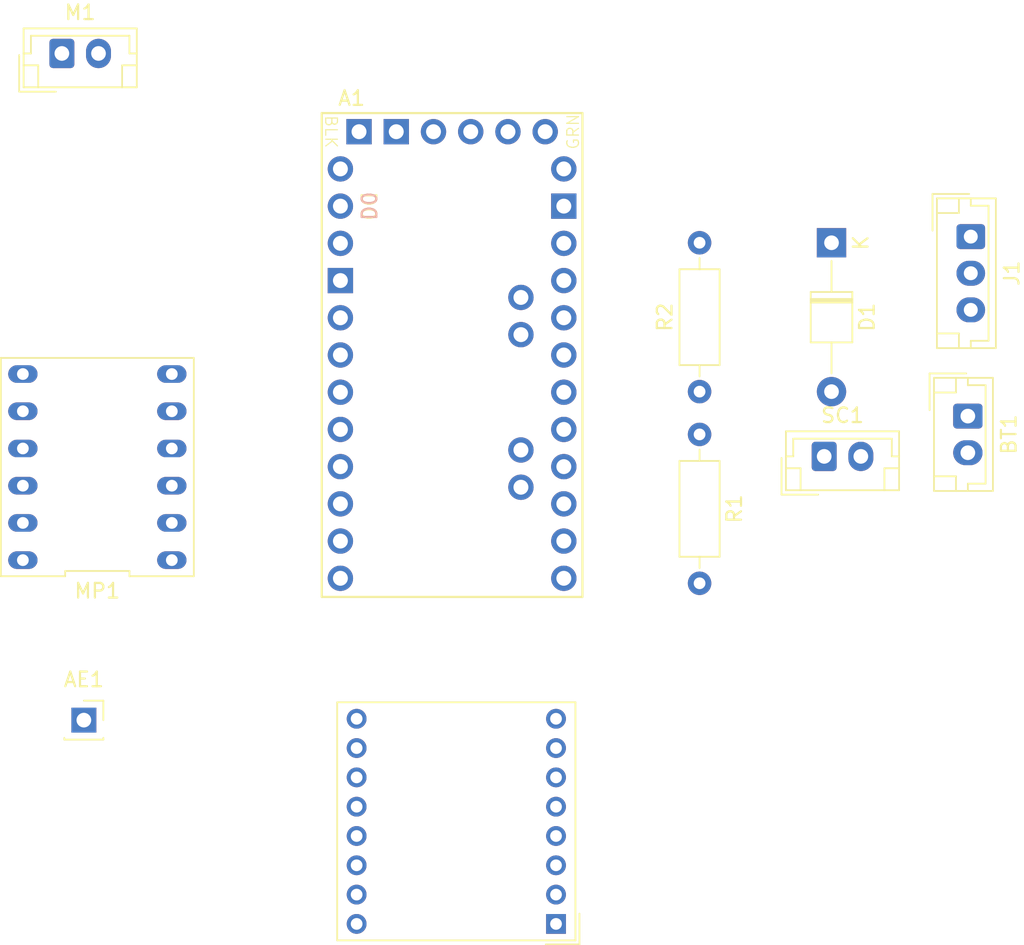
<source format=kicad_pcb>
(kicad_pcb (version 20240108) (generator "pcbnew") (generator_version "8.0")
  (layers (0 "F.Cu" signal) (31 "B.Cu" signal) (34 "B.Paste" user) (35 "F.Paste" user) (36 "B.SilkS" user "B.Silkscreen") (37 "F.SilkS" user "F.Silkscreen") (38 "B.Mask" user) (39 "F.Mask" user) (44 "Edge.Cuts" user))
  (net 0 "")
  (net 1 "Net-(D1-A)")
  (net 2 "GND")
  (net 3 "Net-(A1-PadA0)")
  (net 5 "Net-(A1-D13_SCK)")
  (net 7 "Net-(A1-D3_INT1)")
  (net 10 "Net-(A1-D10_CS)")
  (net 11 "Net-(A1-D2_INT0)")
  (net 12 "Net-(A1-D11_MOSI)")
  (net 16 "Net-(U1-RESET)")
  (net 18 "Net-(A1-D12_MISO)")
  (net 21 "Net-(MP1-IN2)")
  (net 23 "Net-(J1-Pin_2)")
  (net 25 "Net-(J1-Pin_1)")
  (net 31 "+BATT")
  (net 32 "Net-(MP1-nSLEEP_HB)")
  (net 34 "Net-(MP1-IN1)")
  (net 44 "Net-(AE1-A)")
  (net 45 "Net-(M1-+)")
  (net 46 "Net-(M1--)")
  (footprint "Connector_JST:JST_EH_B2B-EH-A_1x02_P2.50mm_Vertical" (layer "F.Cu") (at 70.5 54.5)
    (property "Reference" "M1" (at 1.25 -2.8 0) (layer "F.SilkS"))
    (property "Value" "Motor_DC")
    (pad "1" thru_hole roundrect (at 0 0) (size 1.7 2) (drill 1) (layers "*.Cu" "*.Mask" "In1.Cu" "In2.Cu" "In3.Cu" "In4.Cu" "In5.Cu" "In6.Cu" "In7.Cu" "In8.Cu" "In9.Cu" "In10.Cu" "In11.Cu" "In12.Cu" "In13.Cu" "In14.Cu" "In15.Cu" "In16.Cu" "In17.Cu" "In18.Cu" "In19.Cu" "In20.Cu" "In21.Cu" "In22.Cu" "In23.Cu" "In24.Cu" "In25.Cu" "In26.Cu" "In27.Cu" "In28.Cu" "In29.Cu" "In30.Cu") (roundrect_rratio 0.147059) (net 45 "Net-(M1-+)"))
    (pad "2" thru_hole oval (at 2.5 0) (size 1.7 2) (drill 1) (layers "*.Cu" "*.Mask" "In1.Cu" "In2.Cu" "In3.Cu" "In4.Cu" "In5.Cu" "In6.Cu" "In7.Cu" "In8.Cu" "In9.Cu" "In10.Cu" "In11.Cu" "In12.Cu" "In13.Cu" "In14.Cu" "In15.Cu" "In16.Cu" "In17.Cu" "In18.Cu" "In19.Cu" "In20.Cu" "In21.Cu" "In22.Cu" "In23.Cu" "In24.Cu" "In25.Cu" "In26.Cu" "In27.Cu" "In28.Cu" "In29.Cu" "In30.Cu") (net 46 "Net-(M1--)"))
  )
  (footprint "Resistor_THT:R_Axial_DIN0207_L6.3mm_D2.5mm_P10.16mm_Horizontal" (layer "F.Cu") (at 114 80.5 -90)
    (property "Reference" "R1" (at 5.08 -2.37 90) (layer "F.SilkS"))
    (property "Value" "R")
    (pad "1" thru_hole circle (at 0 0 270) (size 1.6 1.6) (drill 0.8) (layers "*.Cu" "*.Mask" "In1.Cu" "In2.Cu" "In3.Cu" "In4.Cu" "In5.Cu" "In6.Cu" "In7.Cu" "In8.Cu" "In9.Cu" "In10.Cu" "In11.Cu" "In12.Cu" "In13.Cu" "In14.Cu" "In15.Cu" "In16.Cu" "In17.Cu" "In18.Cu" "In19.Cu" "In20.Cu" "In21.Cu" "In22.Cu" "In23.Cu" "In24.Cu" "In25.Cu" "In26.Cu" "In27.Cu" "In28.Cu" "In29.Cu" "In30.Cu") (net 3 "Net-(A1-PadA0)"))
    (pad "2" thru_hole oval (at 10.16 0 270) (size 1.6 1.6) (drill 0.8) (layers "*.Cu" "*.Mask" "In1.Cu" "In2.Cu" "In3.Cu" "In4.Cu" "In5.Cu" "In6.Cu" "In7.Cu" "In8.Cu" "In9.Cu" "In10.Cu" "In11.Cu" "In12.Cu" "In13.Cu" "In14.Cu" "In15.Cu" "In16.Cu" "In17.Cu" "In18.Cu" "In19.Cu" "In20.Cu" "In21.Cu" "In22.Cu" "In23.Cu" "In24.Cu" "In25.Cu" "In26.Cu" "In27.Cu" "In28.Cu" "In29.Cu" "In30.Cu") (net 2 "GND"))
  )
  (footprint "PCM_arduino-library:Arduino_Pro_Mini_Socket" (layer "F.Cu") (at 97.12 75.08)
    (property "Reference" "A1" (at -6.858 -17.526 0) (layer "F.SilkS"))
    (property "Value" "Arduino_Pro_Mini_Socket")
    (fp_text user "D0" (at -5.715 -10.16 -90) (layer "B.SilkS") (effects (justify mirror)))
    (fp_text user "D0" (at -5.715 -10.16 -90) (layer "F.SilkS"))
    (fp_text user "BLK" (at -8.255 -15.24 -90) (layer "F.SilkS") (effects (font (size 0.8 0.8) (thickness 0.08))))
    (fp_text user "GRN" (at 8.255 -15.24 90) (layer "F.SilkS") (effects (font (size 0.8 0.8) (thickness 0.08))))
    (pad "A0" thru_hole circle (at 7.62 5.08) (size 1.7272 1.7272) (drill 1.016) (layers "*.Cu" "*.Mask" "In1.Cu" "In2.Cu" "In3.Cu" "In4.Cu" "In5.Cu" "In6.Cu" "In7.Cu" "In8.Cu" "In9.Cu" "In10.Cu" "In11.Cu" "In12.Cu" "In13.Cu" "In14.Cu" "In15.Cu" "In16.Cu" "In17.Cu" "In18.Cu" "In19.Cu" "In20.Cu" "In21.Cu" "In22.Cu" "In23.Cu" "In24.Cu" "In25.Cu" "In26.Cu" "In27.Cu" "In28.Cu" "In29.Cu" "In30.Cu") (net 3 "Net-(A1-PadA0)"))
    (pad "A1" thru_hole circle (at 7.62 2.54) (size 1.7272 1.7272) (drill 1.016) (layers "*.Cu" "*.Mask" "In1.Cu" "In2.Cu" "In3.Cu" "In4.Cu" "In5.Cu" "In6.Cu" "In7.Cu" "In8.Cu" "In9.Cu" "In10.Cu" "In11.Cu" "In12.Cu" "In13.Cu" "In14.Cu" "In15.Cu" "In16.Cu" "In17.Cu" "In18.Cu" "In19.Cu" "In20.Cu" "In21.Cu" "In22.Cu" "In23.Cu" "In24.Cu" "In25.Cu" "In26.Cu" "In27.Cu" "In28.Cu" "In29.Cu" "In30.Cu") (net 23 "Net-(J1-Pin_2)"))
    (pad "A2" thru_hole circle (at 7.62 0) (size 1.7272 1.7272) (drill 1.016) (layers "*.Cu" "*.Mask" "In1.Cu" "In2.Cu" "In3.Cu" "In4.Cu" "In5.Cu" "In6.Cu" "In7.Cu" "In8.Cu" "In9.Cu" "In10.Cu" "In11.Cu" "In12.Cu" "In13.Cu" "In14.Cu" "In15.Cu" "In16.Cu" "In17.Cu" "In18.Cu" "In19.Cu" "In20.Cu" "In21.Cu" "In22.Cu" "In23.Cu" "In24.Cu" "In25.Cu" "In26.Cu" "In27.Cu" "In28.Cu" "In29.Cu" "In30.Cu"))
    (pad "A3" thru_hole circle (at 7.62 -2.54) (size 1.7272 1.7272) (drill 1.016) (layers "*.Cu" "*.Mask" "In1.Cu" "In2.Cu" "In3.Cu" "In4.Cu" "In5.Cu" "In6.Cu" "In7.Cu" "In8.Cu" "In9.Cu" "In10.Cu" "In11.Cu" "In12.Cu" "In13.Cu" "In14.Cu" "In15.Cu" "In16.Cu" "In17.Cu" "In18.Cu" "In19.Cu" "In20.Cu" "In21.Cu" "In22.Cu" "In23.Cu" "In24.Cu" "In25.Cu" "In26.Cu" "In27.Cu" "In28.Cu" "In29.Cu" "In30.Cu"))
    (pad "A4" thru_hole circle (at 4.6941 -1.3894) (size 1.7272 1.7272) (drill 1.016) (layers "*.Cu" "*.Mask" "In1.Cu" "In2.Cu" "In3.Cu" "In4.Cu" "In5.Cu" "In6.Cu" "In7.Cu" "In8.Cu" "In9.Cu" "In10.Cu" "In11.Cu" "In12.Cu" "In13.Cu" "In14.Cu" "In15.Cu" "In16.Cu" "In17.Cu" "In18.Cu" "In19.Cu" "In20.Cu" "In21.Cu" "In22.Cu" "In23.Cu" "In24.Cu" "In25.Cu" "In26.Cu" "In27.Cu" "In28.Cu" "In29.Cu" "In30.Cu"))
    (pad "A5" thru_hole circle (at 4.6941 -3.9294) (size 1.7272 1.7272) (drill 1.016) (layers "*.Cu" "*.Mask" "In1.Cu" "In2.Cu" "In3.Cu" "In4.Cu" "In5.Cu" "In6.Cu" "In7.Cu" "In8.Cu" "In9.Cu" "In10.Cu" "In11.Cu" "In12.Cu" "In13.Cu" "In14.Cu" "In15.Cu" "In16.Cu" "In17.Cu" "In18.Cu" "In19.Cu" "In20.Cu" "In21.Cu" "In22.Cu" "In23.Cu" "In24.Cu" "In25.Cu" "In26.Cu" "In27.Cu" "In28.Cu" "In29.Cu" "In30.Cu"))
    (pad "A6" thru_hole circle (at 4.6941 9.0246) (size 1.7272 1.7272) (drill 1.016) (layers "*.Cu" "*.Mask" "In1.Cu" "In2.Cu" "In3.Cu" "In4.Cu" "In5.Cu" "In6.Cu" "In7.Cu" "In8.Cu" "In9.Cu" "In10.Cu" "In11.Cu" "In12.Cu" "In13.Cu" "In14.Cu" "In15.Cu" "In16.Cu" "In17.Cu" "In18.Cu" "In19.Cu" "In20.Cu" "In21.Cu" "In22.Cu" "In23.Cu" "In24.Cu" "In25.Cu" "In26.Cu" "In27.Cu" "In28.Cu" "In29.Cu" "In30.Cu"))
    (pad "A7" thru_hole circle (at 4.6941 6.484) (size 1.7272 1.7272) (drill 1.016) (layers "*.Cu" "*.Mask" "In1.Cu" "In2.Cu" "In3.Cu" "In4.Cu" "In5.Cu" "In6.Cu" "In7.Cu" "In8.Cu" "In9.Cu" "In10.Cu" "In11.Cu" "In12.Cu" "In13.Cu" "In14.Cu" "In15.Cu" "In16.Cu" "In17.Cu" "In18.Cu" "In19.Cu" "In20.Cu" "In21.Cu" "In22.Cu" "In23.Cu" "In24.Cu" "In25.Cu" "In26.Cu" "In27.Cu" "In28.Cu" "In29.Cu" "In30.Cu"))
    (pad "D0" thru_hole circle (at -7.62 -10.16) (size 1.7272 1.7272) (drill 1.016) (layers "*.Cu" "*.Mask" "In1.Cu" "In2.Cu" "In3.Cu" "In4.Cu" "In5.Cu" "In6.Cu" "In7.Cu" "In8.Cu" "In9.Cu" "In10.Cu" "In11.Cu" "In12.Cu" "In13.Cu" "In14.Cu" "In15.Cu" "In16.Cu" "In17.Cu" "In18.Cu" "In19.Cu" "In20.Cu" "In21.Cu" "In22.Cu" "In23.Cu" "In24.Cu" "In25.Cu" "In26.Cu" "In27.Cu" "In28.Cu" "In29.Cu" "In30.Cu"))
    (pad "D1" thru_hole circle (at -7.62 -12.7) (size 1.7272 1.7272) (drill 1.016) (layers "*.Cu" "*.Mask" "In1.Cu" "In2.Cu" "In3.Cu" "In4.Cu" "In5.Cu" "In6.Cu" "In7.Cu" "In8.Cu" "In9.Cu" "In10.Cu" "In11.Cu" "In12.Cu" "In13.Cu" "In14.Cu" "In15.Cu" "In16.Cu" "In17.Cu" "In18.Cu" "In19.Cu" "In20.Cu" "In21.Cu" "In22.Cu" "In23.Cu" "In24.Cu" "In25.Cu" "In26.Cu" "In27.Cu" "In28.Cu" "In29.Cu" "In30.Cu"))
    (pad "D2" thru_hole circle (at -7.62 -2.54) (size 1.7272 1.7272) (drill 1.016) (layers "*.Cu" "*.Mask" "In1.Cu" "In2.Cu" "In3.Cu" "In4.Cu" "In5.Cu" "In6.Cu" "In7.Cu" "In8.Cu" "In9.Cu" "In10.Cu" "In11.Cu" "In12.Cu" "In13.Cu" "In14.Cu" "In15.Cu" "In16.Cu" "In17.Cu" "In18.Cu" "In19.Cu" "In20.Cu" "In21.Cu" "In22.Cu" "In23.Cu" "In24.Cu" "In25.Cu" "In26.Cu" "In27.Cu" "In28.Cu" "In29.Cu" "In30.Cu") (net 11 "Net-(A1-D2_INT0)"))
    (pad "D3" thru_hole circle (at -7.62 0) (size 1.7272 1.7272) (drill 1.016) (layers "*.Cu" "*.Mask" "In1.Cu" "In2.Cu" "In3.Cu" "In4.Cu" "In5.Cu" "In6.Cu" "In7.Cu" "In8.Cu" "In9.Cu" "In10.Cu" "In11.Cu" "In12.Cu" "In13.Cu" "In14.Cu" "In15.Cu" "In16.Cu" "In17.Cu" "In18.Cu" "In19.Cu" "In20.Cu" "In21.Cu" "In22.Cu" "In23.Cu" "In24.Cu" "In25.Cu" "In26.Cu" "In27.Cu" "In28.Cu" "In29.Cu" "In30.Cu") (net 7 "Net-(A1-D3_INT1)"))
    (pad "D4" thru_hole circle (at -7.62 2.54) (size 1.7272 1.7272) (drill 1.016) (layers "*.Cu" "*.Mask" "In1.Cu" "In2.Cu" "In3.Cu" "In4.Cu" "In5.Cu" "In6.Cu" "In7.Cu" "In8.Cu" "In9.Cu" "In10.Cu" "In11.Cu" "In12.Cu" "In13.Cu" "In14.Cu" "In15.Cu" "In16.Cu" "In17.Cu" "In18.Cu" "In19.Cu" "In20.Cu" "In21.Cu" "In22.Cu" "In23.Cu" "In24.Cu" "In25.Cu" "In26.Cu" "In27.Cu" "In28.Cu" "In29.Cu" "In30.Cu") (net 32 "Net-(MP1-nSLEEP_HB)"))
    (pad "D5" thru_hole circle (at -7.62 5.08) (size 1.7272 1.7272) (drill 1.016) (layers "*.Cu" "*.Mask" "In1.Cu" "In2.Cu" "In3.Cu" "In4.Cu" "In5.Cu" "In6.Cu" "In7.Cu" "In8.Cu" "In9.Cu" "In10.Cu" "In11.Cu" "In12.Cu" "In13.Cu" "In14.Cu" "In15.Cu" "In16.Cu" "In17.Cu" "In18.Cu" "In19.Cu" "In20.Cu" "In21.Cu" "In22.Cu" "In23.Cu" "In24.Cu" "In25.Cu" "In26.Cu" "In27.Cu" "In28.Cu" "In29.Cu" "In30.Cu") (net 34 "Net-(MP1-IN1)"))
    (pad "D6" thru_hole circle (at -7.62 7.62) (size 1.7272 1.7272) (drill 1.016) (layers "*.Cu" "*.Mask" "In1.Cu" "In2.Cu" "In3.Cu" "In4.Cu" "In5.Cu" "In6.Cu" "In7.Cu" "In8.Cu" "In9.Cu" "In10.Cu" "In11.Cu" "In12.Cu" "In13.Cu" "In14.Cu" "In15.Cu" "In16.Cu" "In17.Cu" "In18.Cu" "In19.Cu" "In20.Cu" "In21.Cu" "In22.Cu" "In23.Cu" "In24.Cu" "In25.Cu" "In26.Cu" "In27.Cu" "In28.Cu" "In29.Cu" "In30.Cu") (net 21 "Net-(MP1-IN2)"))
    (pad "D7" thru_hole circle (at -7.62 10.16) (size 1.7272 1.7272) (drill 1.016) (layers "*.Cu" "*.Mask" "In1.Cu" "In2.Cu" "In3.Cu" "In4.Cu" "In5.Cu" "In6.Cu" "In7.Cu" "In8.Cu" "In9.Cu" "In10.Cu" "In11.Cu" "In12.Cu" "In13.Cu" "In14.Cu" "In15.Cu" "In16.Cu" "In17.Cu" "In18.Cu" "In19.Cu" "In20.Cu" "In21.Cu" "In22.Cu" "In23.Cu" "In24.Cu" "In25.Cu" "In26.Cu" "In27.Cu" "In28.Cu" "In29.Cu" "In30.Cu"))
    (pad "D8" thru_hole circle (at -7.62 12.7) (size 1.7272 1.7272) (drill 1.016) (layers "*.Cu" "*.Mask" "In1.Cu" "In2.Cu" "In3.Cu" "In4.Cu" "In5.Cu" "In6.Cu" "In7.Cu" "In8.Cu" "In9.Cu" "In10.Cu" "In11.Cu" "In12.Cu" "In13.Cu" "In14.Cu" "In15.Cu" "In16.Cu" "In17.Cu" "In18.Cu" "In19.Cu" "In20.Cu" "In21.Cu" "In22.Cu" "In23.Cu" "In24.Cu" "In25.Cu" "In26.Cu" "In27.Cu" "In28.Cu" "In29.Cu" "In30.Cu"))
    (pad "D9" thru_hole circle (at -7.62 15.24) (size 1.7272 1.7272) (drill 1.016) (layers "*.Cu" "*.Mask" "In1.Cu" "In2.Cu" "In3.Cu" "In4.Cu" "In5.Cu" "In6.Cu" "In7.Cu" "In8.Cu" "In9.Cu" "In10.Cu" "In11.Cu" "In12.Cu" "In13.Cu" "In14.Cu" "In15.Cu" "In16.Cu" "In17.Cu" "In18.Cu" "In19.Cu" "In20.Cu" "In21.Cu" "In22.Cu" "In23.Cu" "In24.Cu" "In25.Cu" "In26.Cu" "In27.Cu" "In28.Cu" "In29.Cu" "In30.Cu") (net 16 "Net-(U1-RESET)"))
    (pad "D10" thru_hole circle (at 7.62 15.24) (size 1.7272 1.7272) (drill 1.016) (layers "*.Cu" "*.Mask" "In1.Cu" "In2.Cu" "In3.Cu" "In4.Cu" "In5.Cu" "In6.Cu" "In7.Cu" "In8.Cu" "In9.Cu" "In10.Cu" "In11.Cu" "In12.Cu" "In13.Cu" "In14.Cu" "In15.Cu" "In16.Cu" "In17.Cu" "In18.Cu" "In19.Cu" "In20.Cu" "In21.Cu" "In22.Cu" "In23.Cu" "In24.Cu" "In25.Cu" "In26.Cu" "In27.Cu" "In28.Cu" "In29.Cu" "In30.Cu") (net 10 "Net-(A1-D10_CS)"))
    (pad "D11" thru_hole circle (at 7.62 12.7) (size 1.7272 1.7272) (drill 1.016) (layers "*.Cu" "*.Mask" "In1.Cu" "In2.Cu" "In3.Cu" "In4.Cu" "In5.Cu" "In6.Cu" "In7.Cu" "In8.Cu" "In9.Cu" "In10.Cu" "In11.Cu" "In12.Cu" "In13.Cu" "In14.Cu" "In15.Cu" "In16.Cu" "In17.Cu" "In18.Cu" "In19.Cu" "In20.Cu" "In21.Cu" "In22.Cu" "In23.Cu" "In24.Cu" "In25.Cu" "In26.Cu" "In27.Cu" "In28.Cu" "In29.Cu" "In30.Cu") (net 12 "Net-(A1-D11_MOSI)"))
    (pad "D12" thru_hole circle (at 7.62 10.16) (size 1.7272 1.7272) (drill 1.016) (layers "*.Cu" "*.Mask" "In1.Cu" "In2.Cu" "In3.Cu" "In4.Cu" "In5.Cu" "In6.Cu" "In7.Cu" "In8.Cu" "In9.Cu" "In10.Cu" "In11.Cu" "In12.Cu" "In13.Cu" "In14.Cu" "In15.Cu" "In16.Cu" "In17.Cu" "In18.Cu" "In19.Cu" "In20.Cu" "In21.Cu" "In22.Cu" "In23.Cu" "In24.Cu" "In25.Cu" "In26.Cu" "In27.Cu" "In28.Cu" "In29.Cu" "In30.Cu") (net 18 "Net-(A1-D12_MISO)"))
    (pad "D13" thru_hole circle (at 7.62 7.62) (size 1.7272 1.7272) (drill 1.016) (layers "*.Cu" "*.Mask" "In1.Cu" "In2.Cu" "In3.Cu" "In4.Cu" "In5.Cu" "In6.Cu" "In7.Cu" "In8.Cu" "In9.Cu" "In10.Cu" "In11.Cu" "In12.Cu" "In13.Cu" "In14.Cu" "In15.Cu" "In16.Cu" "In17.Cu" "In18.Cu" "In19.Cu" "In20.Cu" "In21.Cu" "In22.Cu" "In23.Cu" "In24.Cu" "In25.Cu" "In26.Cu" "In27.Cu" "In28.Cu" "In29.Cu" "In30.Cu") (net 5 "Net-(A1-D13_SCK)"))
    (pad "DTR" thru_hole circle (at 6.35 -15.24) (size 1.7272 1.7272) (drill 1.016) (layers "*.Cu" "*.Mask" "In1.Cu" "In2.Cu" "In3.Cu" "In4.Cu" "In5.Cu" "In6.Cu" "In7.Cu" "In8.Cu" "In9.Cu" "In10.Cu" "In11.Cu" "In12.Cu" "In13.Cu" "In14.Cu" "In15.Cu" "In16.Cu" "In17.Cu" "In18.Cu" "In19.Cu" "In20.Cu" "In21.Cu" "In22.Cu" "In23.Cu" "In24.Cu" "In25.Cu" "In26.Cu" "In27.Cu" "In28.Cu" "In29.Cu" "In30.Cu"))
    (pad "GND1" thru_hole rect (at -7.62 -5.08) (size 1.7272 1.7272) (drill 1.016) (layers "*.Cu" "*.Mask" "In1.Cu" "In2.Cu" "In3.Cu" "In4.Cu" "In5.Cu" "In6.Cu" "In7.Cu" "In8.Cu" "In9.Cu" "In10.Cu" "In11.Cu" "In12.Cu" "In13.Cu" "In14.Cu" "In15.Cu" "In16.Cu" "In17.Cu" "In18.Cu" "In19.Cu" "In20.Cu" "In21.Cu" "In22.Cu" "In23.Cu" "In24.Cu" "In25.Cu" "In26.Cu" "In27.Cu" "In28.Cu" "In29.Cu" "In30.Cu") (net 2 "GND"))
    (pad "GND2" thru_hole rect (at 7.62 -10.16) (size 1.7272 1.7272) (drill 1.016) (layers "*.Cu" "*.Mask" "In1.Cu" "In2.Cu" "In3.Cu" "In4.Cu" "In5.Cu" "In6.Cu" "In7.Cu" "In8.Cu" "In9.Cu" "In10.Cu" "In11.Cu" "In12.Cu" "In13.Cu" "In14.Cu" "In15.Cu" "In16.Cu" "In17.Cu" "In18.Cu" "In19.Cu" "In20.Cu" "In21.Cu" "In22.Cu" "In23.Cu" "In24.Cu" "In25.Cu" "In26.Cu" "In27.Cu" "In28.Cu" "In29.Cu" "In30.Cu"))
    (pad "GND4" thru_hole rect (at -3.81 -15.24) (size 1.7272 1.7272) (drill 1.016) (layers "*.Cu" "*.Mask" "In1.Cu" "In2.Cu" "In3.Cu" "In4.Cu" "In5.Cu" "In6.Cu" "In7.Cu" "In8.Cu" "In9.Cu" "In10.Cu" "In11.Cu" "In12.Cu" "In13.Cu" "In14.Cu" "In15.Cu" "In16.Cu" "In17.Cu" "In18.Cu" "In19.Cu" "In20.Cu" "In21.Cu" "In22.Cu" "In23.Cu" "In24.Cu" "In25.Cu" "In26.Cu" "In27.Cu" "In28.Cu" "In29.Cu" "In30.Cu"))
    (pad "GND5" thru_hole rect (at -6.35 -15.24) (size 1.7272 1.7272) (drill 1.016) (layers "*.Cu" "*.Mask" "In1.Cu" "In2.Cu" "In3.Cu" "In4.Cu" "In5.Cu" "In6.Cu" "In7.Cu" "In8.Cu" "In9.Cu" "In10.Cu" "In11.Cu" "In12.Cu" "In13.Cu" "In14.Cu" "In15.Cu" "In16.Cu" "In17.Cu" "In18.Cu" "In19.Cu" "In20.Cu" "In21.Cu" "In22.Cu" "In23.Cu" "In24.Cu" "In25.Cu" "In26.Cu" "In27.Cu" "In28.Cu" "In29.Cu" "In30.Cu"))
    (pad "RAW" thru_hole circle (at 7.62 -12.7) (size 1.7272 1.7272) (drill 1.016) (layers "*.Cu" "*.Mask" "In1.Cu" "In2.Cu" "In3.Cu" "In4.Cu" "In5.Cu" "In6.Cu" "In7.Cu" "In8.Cu" "In9.Cu" "In10.Cu" "In11.Cu" "In12.Cu" "In13.Cu" "In14.Cu" "In15.Cu" "In16.Cu" "In17.Cu" "In18.Cu" "In19.Cu" "In20.Cu" "In21.Cu" "In22.Cu" "In23.Cu" "In24.Cu" "In25.Cu" "In26.Cu" "In27.Cu" "In28.Cu" "In29.Cu" "In30.Cu") (net 31 "+BATT"))
    (pad "RST1" thru_hole circle (at -7.62 -7.62) (size 1.7272 1.7272) (drill 1.016) (layers "*.Cu" "*.Mask" "In1.Cu" "In2.Cu" "In3.Cu" "In4.Cu" "In5.Cu" "In6.Cu" "In7.Cu" "In8.Cu" "In9.Cu" "In10.Cu" "In11.Cu" "In12.Cu" "In13.Cu" "In14.Cu" "In15.Cu" "In16.Cu" "In17.Cu" "In18.Cu" "In19.Cu" "In20.Cu" "In21.Cu" "In22.Cu" "In23.Cu" "In24.Cu" "In25.Cu" "In26.Cu" "In27.Cu" "In28.Cu" "In29.Cu" "In30.Cu"))
    (pad "RST2" thru_hole circle (at 7.62 -7.62) (size 1.7272 1.7272) (drill 1.016) (layers "*.Cu" "*.Mask" "In1.Cu" "In2.Cu" "In3.Cu" "In4.Cu" "In5.Cu" "In6.Cu" "In7.Cu" "In8.Cu" "In9.Cu" "In10.Cu" "In11.Cu" "In12.Cu" "In13.Cu" "In14.Cu" "In15.Cu" "In16.Cu" "In17.Cu" "In18.Cu" "In19.Cu" "In20.Cu" "In21.Cu" "In22.Cu" "In23.Cu" "In24.Cu" "In25.Cu" "In26.Cu" "In27.Cu" "In28.Cu" "In29.Cu" "In30.Cu"))
    (pad "RXI" thru_hole circle (at 1.27 -15.24) (size 1.7272 1.7272) (drill 1.016) (layers "*.Cu" "*.Mask" "In1.Cu" "In2.Cu" "In3.Cu" "In4.Cu" "In5.Cu" "In6.Cu" "In7.Cu" "In8.Cu" "In9.Cu" "In10.Cu" "In11.Cu" "In12.Cu" "In13.Cu" "In14.Cu" "In15.Cu" "In16.Cu" "In17.Cu" "In18.Cu" "In19.Cu" "In20.Cu" "In21.Cu" "In22.Cu" "In23.Cu" "In24.Cu" "In25.Cu" "In26.Cu" "In27.Cu" "In28.Cu" "In29.Cu" "In30.Cu"))
    (pad "TXO" thru_hole circle (at 3.81 -15.24) (size 1.7272 1.7272) (drill 1.016) (layers "*.Cu" "*.Mask" "In1.Cu" "In2.Cu" "In3.Cu" "In4.Cu" "In5.Cu" "In6.Cu" "In7.Cu" "In8.Cu" "In9.Cu" "In10.Cu" "In11.Cu" "In12.Cu" "In13.Cu" "In14.Cu" "In15.Cu" "In16.Cu" "In17.Cu" "In18.Cu" "In19.Cu" "In20.Cu" "In21.Cu" "In22.Cu" "In23.Cu" "In24.Cu" "In25.Cu" "In26.Cu" "In27.Cu" "In28.Cu" "In29.Cu" "In30.Cu"))
    (pad "Vcc1" thru_hole circle (at 7.62 -5.08) (size 1.7272 1.7272) (drill 1.016) (layers "*.Cu" "*.Mask" "In1.Cu" "In2.Cu" "In3.Cu" "In4.Cu" "In5.Cu" "In6.Cu" "In7.Cu" "In8.Cu" "In9.Cu" "In10.Cu" "In11.Cu" "In12.Cu" "In13.Cu" "In14.Cu" "In15.Cu" "In16.Cu" "In17.Cu" "In18.Cu" "In19.Cu" "In20.Cu" "In21.Cu" "In22.Cu" "In23.Cu" "In24.Cu" "In25.Cu" "In26.Cu" "In27.Cu" "In28.Cu" "In29.Cu" "In30.Cu") (net 25 "Net-(J1-Pin_1)"))
    (pad "Vcc2" thru_hole circle (at -1.27 -15.24) (size 1.7272 1.7272) (drill 1.016) (layers "*.Cu" "*.Mask" "In1.Cu" "In2.Cu" "In3.Cu" "In4.Cu" "In5.Cu" "In6.Cu" "In7.Cu" "In8.Cu" "In9.Cu" "In10.Cu" "In11.Cu" "In12.Cu" "In13.Cu" "In14.Cu" "In15.Cu" "In16.Cu" "In17.Cu" "In18.Cu" "In19.Cu" "In20.Cu" "In21.Cu" "In22.Cu" "In23.Cu" "In24.Cu" "In25.Cu" "In26.Cu" "In27.Cu" "In28.Cu" "In29.Cu" "In30.Cu"))
  )
  (footprint "Connector_JST:JST_EH_B3B-EH-A_1x03_P2.50mm_Vertical" (layer "F.Cu") (at 132.5 67 -90)
    (property "Reference" "J1" (at 2.5 -2.8 90) (layer "F.SilkS"))
    (property "Value" "Moisture sensor")
    (pad "1" thru_hole roundrect (at 0 0 270) (size 1.7 1.95) (drill 0.95) (layers "*.Cu" "*.Mask" "In1.Cu" "In2.Cu" "In3.Cu" "In4.Cu" "In5.Cu" "In6.Cu" "In7.Cu" "In8.Cu" "In9.Cu" "In10.Cu" "In11.Cu" "In12.Cu" "In13.Cu" "In14.Cu" "In15.Cu" "In16.Cu" "In17.Cu" "In18.Cu" "In19.Cu" "In20.Cu" "In21.Cu" "In22.Cu" "In23.Cu" "In24.Cu" "In25.Cu" "In26.Cu" "In27.Cu" "In28.Cu" "In29.Cu" "In30.Cu") (roundrect_rratio 0.147059) (net 25 "Net-(J1-Pin_1)"))
    (pad "2" thru_hole oval (at 2.5 0 270) (size 1.7 1.95) (drill 0.95) (layers "*.Cu" "*.Mask" "In1.Cu" "In2.Cu" "In3.Cu" "In4.Cu" "In5.Cu" "In6.Cu" "In7.Cu" "In8.Cu" "In9.Cu" "In10.Cu" "In11.Cu" "In12.Cu" "In13.Cu" "In14.Cu" "In15.Cu" "In16.Cu" "In17.Cu" "In18.Cu" "In19.Cu" "In20.Cu" "In21.Cu" "In22.Cu" "In23.Cu" "In24.Cu" "In25.Cu" "In26.Cu" "In27.Cu" "In28.Cu" "In29.Cu" "In30.Cu") (net 23 "Net-(J1-Pin_2)"))
    (pad "3" thru_hole oval (at 5 0 270) (size 1.7 1.95) (drill 0.95) (layers "*.Cu" "*.Mask" "In1.Cu" "In2.Cu" "In3.Cu" "In4.Cu" "In5.Cu" "In6.Cu" "In7.Cu" "In8.Cu" "In9.Cu" "In10.Cu" "In11.Cu" "In12.Cu" "In13.Cu" "In14.Cu" "In15.Cu" "In16.Cu" "In17.Cu" "In18.Cu" "In19.Cu" "In20.Cu" "In21.Cu" "In22.Cu" "In23.Cu" "In24.Cu" "In25.Cu" "In26.Cu" "In27.Cu" "In28.Cu" "In29.Cu" "In30.Cu") (net 2 "GND"))
  )
  (footprint "Resistor_THT:R_Axial_DIN0207_L6.3mm_D2.5mm_P10.16mm_Horizontal" (layer "F.Cu") (at 114 77.58 90)
    (property "Reference" "R2" (at 5.08 -2.37 90) (layer "F.SilkS"))
    (property "Value" "R")
    (pad "1" thru_hole circle (at 0 0 90) (size 1.6 1.6) (drill 0.8) (layers "*.Cu" "*.Mask" "In1.Cu" "In2.Cu" "In3.Cu" "In4.Cu" "In5.Cu" "In6.Cu" "In7.Cu" "In8.Cu" "In9.Cu" "In10.Cu" "In11.Cu" "In12.Cu" "In13.Cu" "In14.Cu" "In15.Cu" "In16.Cu" "In17.Cu" "In18.Cu" "In19.Cu" "In20.Cu" "In21.Cu" "In22.Cu" "In23.Cu" "In24.Cu" "In25.Cu" "In26.Cu" "In27.Cu" "In28.Cu" "In29.Cu" "In30.Cu") (net 3 "Net-(A1-PadA0)"))
    (pad "2" thru_hole oval (at 10.16 0 90) (size 1.6 1.6) (drill 0.8) (layers "*.Cu" "*.Mask" "In1.Cu" "In2.Cu" "In3.Cu" "In4.Cu" "In5.Cu" "In6.Cu" "In7.Cu" "In8.Cu" "In9.Cu" "In10.Cu" "In11.Cu" "In12.Cu" "In13.Cu" "In14.Cu" "In15.Cu" "In16.Cu" "In17.Cu" "In18.Cu" "In19.Cu" "In20.Cu" "In21.Cu" "In22.Cu" "In23.Cu" "In24.Cu" "In25.Cu" "In26.Cu" "In27.Cu" "In28.Cu" "In29.Cu" "In30.Cu") (net 31 "+BATT"))
  )
  (footprint "Connector_JST:JST_EH_B2B-EH-A_1x02_P2.50mm_Vertical" (layer "F.Cu") (at 122.5 82)
    (property "Reference" "SC1" (at 1.25 -2.8 0) (layer "F.SilkS"))
    (property "Value" "Solar_Cell")
    (pad "1" thru_hole roundrect (at 0 0) (size 1.7 2) (drill 1) (layers "*.Cu" "*.Mask" "In1.Cu" "In2.Cu" "In3.Cu" "In4.Cu" "In5.Cu" "In6.Cu" "In7.Cu" "In8.Cu" "In9.Cu" "In10.Cu" "In11.Cu" "In12.Cu" "In13.Cu" "In14.Cu" "In15.Cu" "In16.Cu" "In17.Cu" "In18.Cu" "In19.Cu" "In20.Cu" "In21.Cu" "In22.Cu" "In23.Cu" "In24.Cu" "In25.Cu" "In26.Cu" "In27.Cu" "In28.Cu" "In29.Cu" "In30.Cu") (roundrect_rratio 0.147059) (net 1 "Net-(D1-A)"))
    (pad "2" thru_hole oval (at 2.5 0) (size 1.7 2) (drill 1) (layers "*.Cu" "*.Mask" "In1.Cu" "In2.Cu" "In3.Cu" "In4.Cu" "In5.Cu" "In6.Cu" "In7.Cu" "In8.Cu" "In9.Cu" "In10.Cu" "In11.Cu" "In12.Cu" "In13.Cu" "In14.Cu" "In15.Cu" "In16.Cu" "In17.Cu" "In18.Cu" "In19.Cu" "In20.Cu" "In21.Cu" "In22.Cu" "In23.Cu" "In24.Cu" "In25.Cu" "In26.Cu" "In27.Cu" "In28.Cu" "In29.Cu" "In30.Cu") (net 2 "GND"))
  )
  (footprint "RF_Module:HOPERF_RFM9XW_THT" (layer "F.Cu") (at 104.2075 113.9075 180)
    (property "Reference" "U1" (hide yes))
    (property "Value" "RFM95W-868S2")
    (pad "1" thru_hole rect (at 0 0 180) (size 1.35 1.35) (drill 0.8) (layers "*.Cu" "*.Mask" "In1.Cu" "In2.Cu" "In3.Cu" "In4.Cu" "In5.Cu" "In6.Cu" "In7.Cu" "In8.Cu" "In9.Cu" "In10.Cu" "In11.Cu" "In12.Cu" "In13.Cu" "In14.Cu" "In15.Cu" "In16.Cu" "In17.Cu" "In18.Cu" "In19.Cu" "In20.Cu" "In21.Cu" "In22.Cu" "In23.Cu" "In24.Cu" "In25.Cu" "In26.Cu" "In27.Cu" "In28.Cu" "In29.Cu" "In30.Cu"))
    (pad "2" thru_hole circle (at 0 2 180) (size 1.35 1.35) (drill 0.8) (layers "*.Cu" "*.Mask" "In1.Cu" "In2.Cu" "In3.Cu" "In4.Cu" "In5.Cu" "In6.Cu" "In7.Cu" "In8.Cu" "In9.Cu" "In10.Cu" "In11.Cu" "In12.Cu" "In13.Cu" "In14.Cu" "In15.Cu" "In16.Cu" "In17.Cu" "In18.Cu" "In19.Cu" "In20.Cu" "In21.Cu" "In22.Cu" "In23.Cu" "In24.Cu" "In25.Cu" "In26.Cu" "In27.Cu" "In28.Cu" "In29.Cu" "In30.Cu") (net 18 "Net-(A1-D12_MISO)"))
    (pad "3" thru_hole circle (at 0 4 180) (size 1.35 1.35) (drill 0.8) (layers "*.Cu" "*.Mask" "In1.Cu" "In2.Cu" "In3.Cu" "In4.Cu" "In5.Cu" "In6.Cu" "In7.Cu" "In8.Cu" "In9.Cu" "In10.Cu" "In11.Cu" "In12.Cu" "In13.Cu" "In14.Cu" "In15.Cu" "In16.Cu" "In17.Cu" "In18.Cu" "In19.Cu" "In20.Cu" "In21.Cu" "In22.Cu" "In23.Cu" "In24.Cu" "In25.Cu" "In26.Cu" "In27.Cu" "In28.Cu" "In29.Cu" "In30.Cu") (net 12 "Net-(A1-D11_MOSI)"))
    (pad "4" thru_hole circle (at 0 6 180) (size 1.35 1.35) (drill 0.8) (layers "*.Cu" "*.Mask" "In1.Cu" "In2.Cu" "In3.Cu" "In4.Cu" "In5.Cu" "In6.Cu" "In7.Cu" "In8.Cu" "In9.Cu" "In10.Cu" "In11.Cu" "In12.Cu" "In13.Cu" "In14.Cu" "In15.Cu" "In16.Cu" "In17.Cu" "In18.Cu" "In19.Cu" "In20.Cu" "In21.Cu" "In22.Cu" "In23.Cu" "In24.Cu" "In25.Cu" "In26.Cu" "In27.Cu" "In28.Cu" "In29.Cu" "In30.Cu") (net 5 "Net-(A1-D13_SCK)"))
    (pad "5" thru_hole circle (at 0 8 180) (size 1.35 1.35) (drill 0.8) (layers "*.Cu" "*.Mask" "In1.Cu" "In2.Cu" "In3.Cu" "In4.Cu" "In5.Cu" "In6.Cu" "In7.Cu" "In8.Cu" "In9.Cu" "In10.Cu" "In11.Cu" "In12.Cu" "In13.Cu" "In14.Cu" "In15.Cu" "In16.Cu" "In17.Cu" "In18.Cu" "In19.Cu" "In20.Cu" "In21.Cu" "In22.Cu" "In23.Cu" "In24.Cu" "In25.Cu" "In26.Cu" "In27.Cu" "In28.Cu" "In29.Cu" "In30.Cu") (net 10 "Net-(A1-D10_CS)"))
    (pad "6" thru_hole circle (at 0 10 180) (size 1.35 1.35) (drill 0.8) (layers "*.Cu" "*.Mask" "In1.Cu" "In2.Cu" "In3.Cu" "In4.Cu" "In5.Cu" "In6.Cu" "In7.Cu" "In8.Cu" "In9.Cu" "In10.Cu" "In11.Cu" "In12.Cu" "In13.Cu" "In14.Cu" "In15.Cu" "In16.Cu" "In17.Cu" "In18.Cu" "In19.Cu" "In20.Cu" "In21.Cu" "In22.Cu" "In23.Cu" "In24.Cu" "In25.Cu" "In26.Cu" "In27.Cu" "In28.Cu" "In29.Cu" "In30.Cu") (net 16 "Net-(U1-RESET)"))
    (pad "7" thru_hole circle (at 0 12 180) (size 1.35 1.35) (drill 0.8) (layers "*.Cu" "*.Mask" "In1.Cu" "In2.Cu" "In3.Cu" "In4.Cu" "In5.Cu" "In6.Cu" "In7.Cu" "In8.Cu" "In9.Cu" "In10.Cu" "In11.Cu" "In12.Cu" "In13.Cu" "In14.Cu" "In15.Cu" "In16.Cu" "In17.Cu" "In18.Cu" "In19.Cu" "In20.Cu" "In21.Cu" "In22.Cu" "In23.Cu" "In24.Cu" "In25.Cu" "In26.Cu" "In27.Cu" "In28.Cu" "In29.Cu" "In30.Cu"))
    (pad "8" thru_hole circle (at 0 14 180) (size 1.35 1.35) (drill 0.8) (layers "*.Cu" "*.Mask" "In1.Cu" "In2.Cu" "In3.Cu" "In4.Cu" "In5.Cu" "In6.Cu" "In7.Cu" "In8.Cu" "In9.Cu" "In10.Cu" "In11.Cu" "In12.Cu" "In13.Cu" "In14.Cu" "In15.Cu" "In16.Cu" "In17.Cu" "In18.Cu" "In19.Cu" "In20.Cu" "In21.Cu" "In22.Cu" "In23.Cu" "In24.Cu" "In25.Cu" "In26.Cu" "In27.Cu" "In28.Cu" "In29.Cu" "In30.Cu"))
    (pad "9" thru_hole circle (at 13.6 14 180) (size 1.35 1.35) (drill 0.8) (layers "*.Cu" "*.Mask" "In1.Cu" "In2.Cu" "In3.Cu" "In4.Cu" "In5.Cu" "In6.Cu" "In7.Cu" "In8.Cu" "In9.Cu" "In10.Cu" "In11.Cu" "In12.Cu" "In13.Cu" "In14.Cu" "In15.Cu" "In16.Cu" "In17.Cu" "In18.Cu" "In19.Cu" "In20.Cu" "In21.Cu" "In22.Cu" "In23.Cu" "In24.Cu" "In25.Cu" "In26.Cu" "In27.Cu" "In28.Cu" "In29.Cu" "In30.Cu") (net 44 "Net-(AE1-A)"))
    (pad "10" thru_hole circle (at 13.6 12 180) (size 1.35 1.35) (drill 0.8) (layers "*.Cu" "*.Mask" "In1.Cu" "In2.Cu" "In3.Cu" "In4.Cu" "In5.Cu" "In6.Cu" "In7.Cu" "In8.Cu" "In9.Cu" "In10.Cu" "In11.Cu" "In12.Cu" "In13.Cu" "In14.Cu" "In15.Cu" "In16.Cu" "In17.Cu" "In18.Cu" "In19.Cu" "In20.Cu" "In21.Cu" "In22.Cu" "In23.Cu" "In24.Cu" "In25.Cu" "In26.Cu" "In27.Cu" "In28.Cu" "In29.Cu" "In30.Cu"))
    (pad "11" thru_hole circle (at 13.6 10 180) (size 1.35 1.35) (drill 0.8) (layers "*.Cu" "*.Mask" "In1.Cu" "In2.Cu" "In3.Cu" "In4.Cu" "In5.Cu" "In6.Cu" "In7.Cu" "In8.Cu" "In9.Cu" "In10.Cu" "In11.Cu" "In12.Cu" "In13.Cu" "In14.Cu" "In15.Cu" "In16.Cu" "In17.Cu" "In18.Cu" "In19.Cu" "In20.Cu" "In21.Cu" "In22.Cu" "In23.Cu" "In24.Cu" "In25.Cu" "In26.Cu" "In27.Cu" "In28.Cu" "In29.Cu" "In30.Cu"))
    (pad "12" thru_hole circle (at 13.6 8 180) (size 1.35 1.35) (drill 0.8) (layers "*.Cu" "*.Mask" "In1.Cu" "In2.Cu" "In3.Cu" "In4.Cu" "In5.Cu" "In6.Cu" "In7.Cu" "In8.Cu" "In9.Cu" "In10.Cu" "In11.Cu" "In12.Cu" "In13.Cu" "In14.Cu" "In15.Cu" "In16.Cu" "In17.Cu" "In18.Cu" "In19.Cu" "In20.Cu" "In21.Cu" "In22.Cu" "In23.Cu" "In24.Cu" "In25.Cu" "In26.Cu" "In27.Cu" "In28.Cu" "In29.Cu" "In30.Cu"))
    (pad "13" thru_hole circle (at 13.6 6 180) (size 1.35 1.35) (drill 0.8) (layers "*.Cu" "*.Mask" "In1.Cu" "In2.Cu" "In3.Cu" "In4.Cu" "In5.Cu" "In6.Cu" "In7.Cu" "In8.Cu" "In9.Cu" "In10.Cu" "In11.Cu" "In12.Cu" "In13.Cu" "In14.Cu" "In15.Cu" "In16.Cu" "In17.Cu" "In18.Cu" "In19.Cu" "In20.Cu" "In21.Cu" "In22.Cu" "In23.Cu" "In24.Cu" "In25.Cu" "In26.Cu" "In27.Cu" "In28.Cu" "In29.Cu" "In30.Cu"))
    (pad "14" thru_hole circle (at 13.6 4 180) (size 1.35 1.35) (drill 0.8) (layers "*.Cu" "*.Mask" "In1.Cu" "In2.Cu" "In3.Cu" "In4.Cu" "In5.Cu" "In6.Cu" "In7.Cu" "In8.Cu" "In9.Cu" "In10.Cu" "In11.Cu" "In12.Cu" "In13.Cu" "In14.Cu" "In15.Cu" "In16.Cu" "In17.Cu" "In18.Cu" "In19.Cu" "In20.Cu" "In21.Cu" "In22.Cu" "In23.Cu" "In24.Cu" "In25.Cu" "In26.Cu" "In27.Cu" "In28.Cu" "In29.Cu" "In30.Cu") (net 11 "Net-(A1-D2_INT0)"))
    (pad "15" thru_hole circle (at 13.6 2 180) (size 1.35 1.35) (drill 0.8) (layers "*.Cu" "*.Mask" "In1.Cu" "In2.Cu" "In3.Cu" "In4.Cu" "In5.Cu" "In6.Cu" "In7.Cu" "In8.Cu" "In9.Cu" "In10.Cu" "In11.Cu" "In12.Cu" "In13.Cu" "In14.Cu" "In15.Cu" "In16.Cu" "In17.Cu" "In18.Cu" "In19.Cu" "In20.Cu" "In21.Cu" "In22.Cu" "In23.Cu" "In24.Cu" "In25.Cu" "In26.Cu" "In27.Cu" "In28.Cu" "In29.Cu" "In30.Cu") (net 7 "Net-(A1-D3_INT1)"))
    (pad "16" thru_hole circle (at 13.6 0 180) (size 1.35 1.35) (drill 0.8) (layers "*.Cu" "*.Mask" "In1.Cu" "In2.Cu" "In3.Cu" "In4.Cu" "In5.Cu" "In6.Cu" "In7.Cu" "In8.Cu" "In9.Cu" "In10.Cu" "In11.Cu" "In12.Cu" "In13.Cu" "In14.Cu" "In15.Cu" "In16.Cu" "In17.Cu" "In18.Cu" "In19.Cu" "In20.Cu" "In21.Cu" "In22.Cu" "In23.Cu" "In24.Cu" "In25.Cu" "In26.Cu" "In27.Cu" "In28.Cu" "In29.Cu" "In30.Cu"))
  )
  (footprint "watering:MP6550" (layer "F.Cu") (at 72.92 82.73 90)
    (property "Reference" "MP1" (at -8.45 0 0) (layer "F.SilkS"))
    (property "Value" "~")
    (pad "1" thru_hole oval (at -6.35 5.08 90) (size 1.2 2) (drill 0.8) (layers "*.Cu" "*.Mask" "In1.Cu" "In2.Cu" "In3.Cu" "In4.Cu" "In5.Cu" "In6.Cu" "In7.Cu" "In8.Cu" "In9.Cu" "In10.Cu" "In11.Cu" "In12.Cu" "In13.Cu" "In14.Cu" "In15.Cu" "In16.Cu" "In17.Cu" "In18.Cu" "In19.Cu" "In20.Cu" "In21.Cu" "In22.Cu" "In23.Cu" "In24.Cu" "In25.Cu" "In26.Cu" "In27.Cu" "In28.Cu" "In29.Cu" "In30.Cu") (net 34 "Net-(MP1-IN1)"))
    (pad "2" thru_hole oval (at -3.81 5.08 90) (size 1.2 2) (drill 0.8) (layers "*.Cu" "*.Mask" "In1.Cu" "In2.Cu" "In3.Cu" "In4.Cu" "In5.Cu" "In6.Cu" "In7.Cu" "In8.Cu" "In9.Cu" "In10.Cu" "In11.Cu" "In12.Cu" "In13.Cu" "In14.Cu" "In15.Cu" "In16.Cu" "In17.Cu" "In18.Cu" "In19.Cu" "In20.Cu" "In21.Cu" "In22.Cu" "In23.Cu" "In24.Cu" "In25.Cu" "In26.Cu" "In27.Cu" "In28.Cu" "In29.Cu" "In30.Cu") (net 46 "Net-(M1--)"))
    (pad "3" thru_hole oval (at -1.27 5.08 90) (size 1.2 2) (drill 0.8) (layers "*.Cu" "*.Mask" "In1.Cu" "In2.Cu" "In3.Cu" "In4.Cu" "In5.Cu" "In6.Cu" "In7.Cu" "In8.Cu" "In9.Cu" "In10.Cu" "In11.Cu" "In12.Cu" "In13.Cu" "In14.Cu" "In15.Cu" "In16.Cu" "In17.Cu" "In18.Cu" "In19.Cu" "In20.Cu" "In21.Cu" "In22.Cu" "In23.Cu" "In24.Cu" "In25.Cu" "In26.Cu" "In27.Cu" "In28.Cu" "In29.Cu" "In30.Cu") (net 2 "GND"))
    (pad "4" thru_hole oval (at 1.27 5.08 90) (size 1.2 2) (drill 0.8) (layers "*.Cu" "*.Mask" "In1.Cu" "In2.Cu" "In3.Cu" "In4.Cu" "In5.Cu" "In6.Cu" "In7.Cu" "In8.Cu" "In9.Cu" "In10.Cu" "In11.Cu" "In12.Cu" "In13.Cu" "In14.Cu" "In15.Cu" "In16.Cu" "In17.Cu" "In18.Cu" "In19.Cu" "In20.Cu" "In21.Cu" "In22.Cu" "In23.Cu" "In24.Cu" "In25.Cu" "In26.Cu" "In27.Cu" "In28.Cu" "In29.Cu" "In30.Cu"))
    (pad "5" thru_hole oval (at 3.81 5.08 90) (size 1.2 2) (drill 0.8) (layers "*.Cu" "*.Mask" "In1.Cu" "In2.Cu" "In3.Cu" "In4.Cu" "In5.Cu" "In6.Cu" "In7.Cu" "In8.Cu" "In9.Cu" "In10.Cu" "In11.Cu" "In12.Cu" "In13.Cu" "In14.Cu" "In15.Cu" "In16.Cu" "In17.Cu" "In18.Cu" "In19.Cu" "In20.Cu" "In21.Cu" "In22.Cu" "In23.Cu" "In24.Cu" "In25.Cu" "In26.Cu" "In27.Cu" "In28.Cu" "In29.Cu" "In30.Cu"))
    (pad "6" thru_hole oval (at 6.35 5.08 90) (size 1.2 2) (drill 0.8) (layers "*.Cu" "*.Mask" "In1.Cu" "In2.Cu" "In3.Cu" "In4.Cu" "In5.Cu" "In6.Cu" "In7.Cu" "In8.Cu" "In9.Cu" "In10.Cu" "In11.Cu" "In12.Cu" "In13.Cu" "In14.Cu" "In15.Cu" "In16.Cu" "In17.Cu" "In18.Cu" "In19.Cu" "In20.Cu" "In21.Cu" "In22.Cu" "In23.Cu" "In24.Cu" "In25.Cu" "In26.Cu" "In27.Cu" "In28.Cu" "In29.Cu" "In30.Cu"))
    (pad "7" thru_hole oval (at 6.35 -5.08 90) (size 1.2 2) (drill 0.8) (layers "*.Cu" "*.Mask" "In1.Cu" "In2.Cu" "In3.Cu" "In4.Cu" "In5.Cu" "In6.Cu" "In7.Cu" "In8.Cu" "In9.Cu" "In10.Cu" "In11.Cu" "In12.Cu" "In13.Cu" "In14.Cu" "In15.Cu" "In16.Cu" "In17.Cu" "In18.Cu" "In19.Cu" "In20.Cu" "In21.Cu" "In22.Cu" "In23.Cu" "In24.Cu" "In25.Cu" "In26.Cu" "In27.Cu" "In28.Cu" "In29.Cu" "In30.Cu"))
    (pad "8" thru_hole oval (at 3.81 -5.08 90) (size 1.2 2) (drill 0.8) (layers "*.Cu" "*.Mask" "In1.Cu" "In2.Cu" "In3.Cu" "In4.Cu" "In5.Cu" "In6.Cu" "In7.Cu" "In8.Cu" "In9.Cu" "In10.Cu" "In11.Cu" "In12.Cu" "In13.Cu" "In14.Cu" "In15.Cu" "In16.Cu" "In17.Cu" "In18.Cu" "In19.Cu" "In20.Cu" "In21.Cu" "In22.Cu" "In23.Cu" "In24.Cu" "In25.Cu" "In26.Cu" "In27.Cu" "In28.Cu" "In29.Cu" "In30.Cu") (net 45 "Net-(M1-+)"))
    (pad "9" thru_hole oval (at 1.27 -5.08 90) (size 1.2 2) (drill 0.8) (layers "*.Cu" "*.Mask" "In1.Cu" "In2.Cu" "In3.Cu" "In4.Cu" "In5.Cu" "In6.Cu" "In7.Cu" "In8.Cu" "In9.Cu" "In10.Cu" "In11.Cu" "In12.Cu" "In13.Cu" "In14.Cu" "In15.Cu" "In16.Cu" "In17.Cu" "In18.Cu" "In19.Cu" "In20.Cu" "In21.Cu" "In22.Cu" "In23.Cu" "In24.Cu" "In25.Cu" "In26.Cu" "In27.Cu" "In28.Cu" "In29.Cu" "In30.Cu") (net 31 "+BATT"))
    (pad "10" thru_hole oval (at -1.27 -5.08 90) (size 1.2 2) (drill 0.8) (layers "*.Cu" "*.Mask" "In1.Cu" "In2.Cu" "In3.Cu" "In4.Cu" "In5.Cu" "In6.Cu" "In7.Cu" "In8.Cu" "In9.Cu" "In10.Cu" "In11.Cu" "In12.Cu" "In13.Cu" "In14.Cu" "In15.Cu" "In16.Cu" "In17.Cu" "In18.Cu" "In19.Cu" "In20.Cu" "In21.Cu" "In22.Cu" "In23.Cu" "In24.Cu" "In25.Cu" "In26.Cu" "In27.Cu" "In28.Cu" "In29.Cu" "In30.Cu") (net 21 "Net-(MP1-IN2)"))
    (pad "11" thru_hole oval (at -3.81 -5.08 90) (size 1.2 2) (drill 0.8) (layers "*.Cu" "*.Mask" "In1.Cu" "In2.Cu" "In3.Cu" "In4.Cu" "In5.Cu" "In6.Cu" "In7.Cu" "In8.Cu" "In9.Cu" "In10.Cu" "In11.Cu" "In12.Cu" "In13.Cu" "In14.Cu" "In15.Cu" "In16.Cu" "In17.Cu" "In18.Cu" "In19.Cu" "In20.Cu" "In21.Cu" "In22.Cu" "In23.Cu" "In24.Cu" "In25.Cu" "In26.Cu" "In27.Cu" "In28.Cu" "In29.Cu" "In30.Cu"))
    (pad "12" thru_hole oval (at -6.35 -5.08 90) (size 1.2 2) (drill 0.8) (layers "*.Cu" "*.Mask" "In1.Cu" "In2.Cu" "In3.Cu" "In4.Cu" "In5.Cu" "In6.Cu" "In7.Cu" "In8.Cu" "In9.Cu" "In10.Cu" "In11.Cu" "In12.Cu" "In13.Cu" "In14.Cu" "In15.Cu" "In16.Cu" "In17.Cu" "In18.Cu" "In19.Cu" "In20.Cu" "In21.Cu" "In22.Cu" "In23.Cu" "In24.Cu" "In25.Cu" "In26.Cu" "In27.Cu" "In28.Cu" "In29.Cu" "In30.Cu") (net 32 "Net-(MP1-nSLEEP_HB)"))
  )
  (footprint "Diode_THT:D_T-1_P10.16mm_Horizontal" (layer "F.Cu") (at 123 67.42 -90)
    (property "Reference" "D1" (at 5.08 -2.42 90) (layer "F.SilkS"))
    (property "Value" "D")
    (fp_text user "K" (at 0 -2 90) (layer "F.SilkS"))
    (pad "1" thru_hole rect (at 0 0 270) (size 2 2) (drill 1) (layers "*.Cu" "*.Mask" "In1.Cu" "In2.Cu" "In3.Cu" "In4.Cu" "In5.Cu" "In6.Cu" "In7.Cu" "In8.Cu" "In9.Cu" "In10.Cu" "In11.Cu" "In12.Cu" "In13.Cu" "In14.Cu" "In15.Cu" "In16.Cu" "In17.Cu" "In18.Cu" "In19.Cu" "In20.Cu" "In21.Cu" "In22.Cu" "In23.Cu" "In24.Cu" "In25.Cu" "In26.Cu" "In27.Cu" "In28.Cu" "In29.Cu" "In30.Cu") (net 31 "+BATT"))
    (pad "2" thru_hole oval (at 10.16 0 270) (size 2 2) (drill 1) (layers "*.Cu" "*.Mask" "In1.Cu" "In2.Cu" "In3.Cu" "In4.Cu" "In5.Cu" "In6.Cu" "In7.Cu" "In8.Cu" "In9.Cu" "In10.Cu" "In11.Cu" "In12.Cu" "In13.Cu" "In14.Cu" "In15.Cu" "In16.Cu" "In17.Cu" "In18.Cu" "In19.Cu" "In20.Cu" "In21.Cu" "In22.Cu" "In23.Cu" "In24.Cu" "In25.Cu" "In26.Cu" "In27.Cu" "In28.Cu" "In29.Cu" "In30.Cu") (net 1 "Net-(D1-A)"))
  )
  (footprint "Connector_PinSocket_2.54mm:PinSocket_1x01_P2.54mm_Vertical" (layer "F.Cu") (at 72 100)
    (property "Reference" "AE1" (at 0 -2.77 0) (layer "F.SilkS"))
    (property "Value" "Antenna")
    (pad "1" thru_hole rect (at 0 0) (size 1.7 1.7) (drill 1) (layers "*.Cu" "*.Mask" "In1.Cu" "In2.Cu" "In3.Cu" "In4.Cu" "In5.Cu" "In6.Cu" "In7.Cu" "In8.Cu" "In9.Cu" "In10.Cu" "In11.Cu" "In12.Cu" "In13.Cu" "In14.Cu" "In15.Cu" "In16.Cu" "In17.Cu" "In18.Cu" "In19.Cu" "In20.Cu" "In21.Cu" "In22.Cu" "In23.Cu" "In24.Cu" "In25.Cu" "In26.Cu" "In27.Cu" "In28.Cu" "In29.Cu" "In30.Cu") (net 44 "Net-(AE1-A)"))
  )
  (footprint "Connector_JST:JST_EH_B2B-EH-A_1x02_P2.50mm_Vertical" (layer "F.Cu") (at 132.3 79.25 -90)
    (property "Reference" "BT1" (at 1.25 -2.8 90) (layer "F.SilkS"))
    (property "Value" "Battery")
    (pad "1" thru_hole roundrect (at 0 0 270) (size 1.7 2) (drill 1) (layers "*.Cu" "*.Mask" "In1.Cu" "In2.Cu" "In3.Cu" "In4.Cu" "In5.Cu" "In6.Cu" "In7.Cu" "In8.Cu" "In9.Cu" "In10.Cu" "In11.Cu" "In12.Cu" "In13.Cu" "In14.Cu" "In15.Cu" "In16.Cu" "In17.Cu" "In18.Cu" "In19.Cu" "In20.Cu" "In21.Cu" "In22.Cu" "In23.Cu" "In24.Cu" "In25.Cu" "In26.Cu" "In27.Cu" "In28.Cu" "In29.Cu" "In30.Cu") (roundrect_rratio 0.147059) (net 31 "+BATT"))
    (pad "2" thru_hole oval (at 2.5 0 270) (size 1.7 2) (drill 1) (layers "*.Cu" "*.Mask" "In1.Cu" "In2.Cu" "In3.Cu" "In4.Cu" "In5.Cu" "In6.Cu" "In7.Cu" "In8.Cu" "In9.Cu" "In10.Cu" "In11.Cu" "In12.Cu" "In13.Cu" "In14.Cu" "In15.Cu" "In16.Cu" "In17.Cu" "In18.Cu" "In19.Cu" "In20.Cu" "In21.Cu" "In22.Cu" "In23.Cu" "In24.Cu" "In25.Cu" "In26.Cu" "In27.Cu" "In28.Cu" "In29.Cu" "In30.Cu") (net 2 "GND"))
  )
)
</source>
